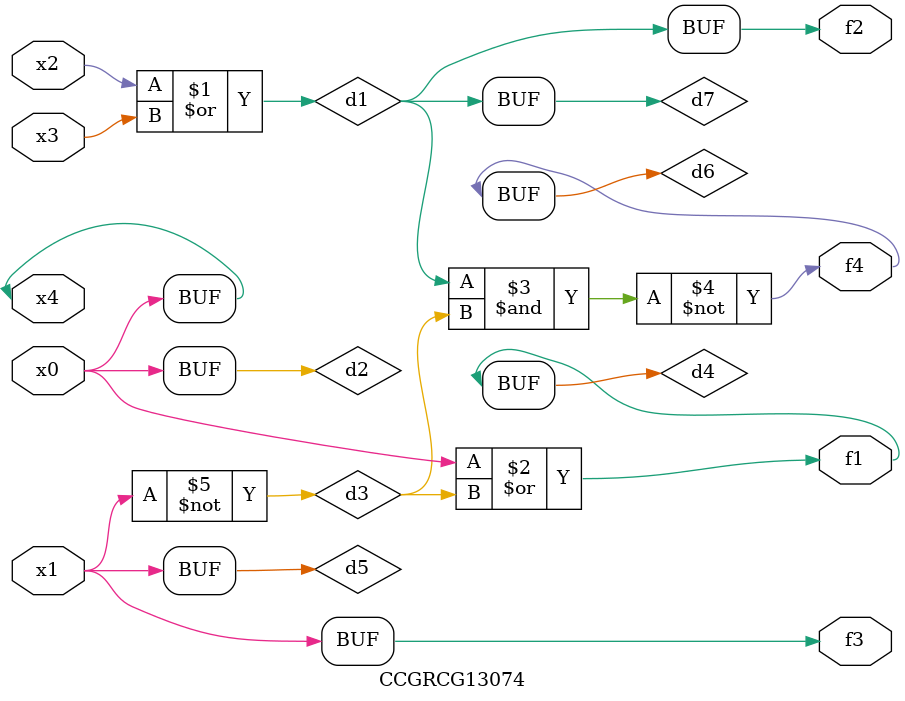
<source format=v>
module CCGRCG13074(
	input x0, x1, x2, x3, x4,
	output f1, f2, f3, f4
);

	wire d1, d2, d3, d4, d5, d6, d7;

	or (d1, x2, x3);
	buf (d2, x0, x4);
	not (d3, x1);
	or (d4, d2, d3);
	not (d5, d3);
	nand (d6, d1, d3);
	or (d7, d1);
	assign f1 = d4;
	assign f2 = d7;
	assign f3 = d5;
	assign f4 = d6;
endmodule

</source>
